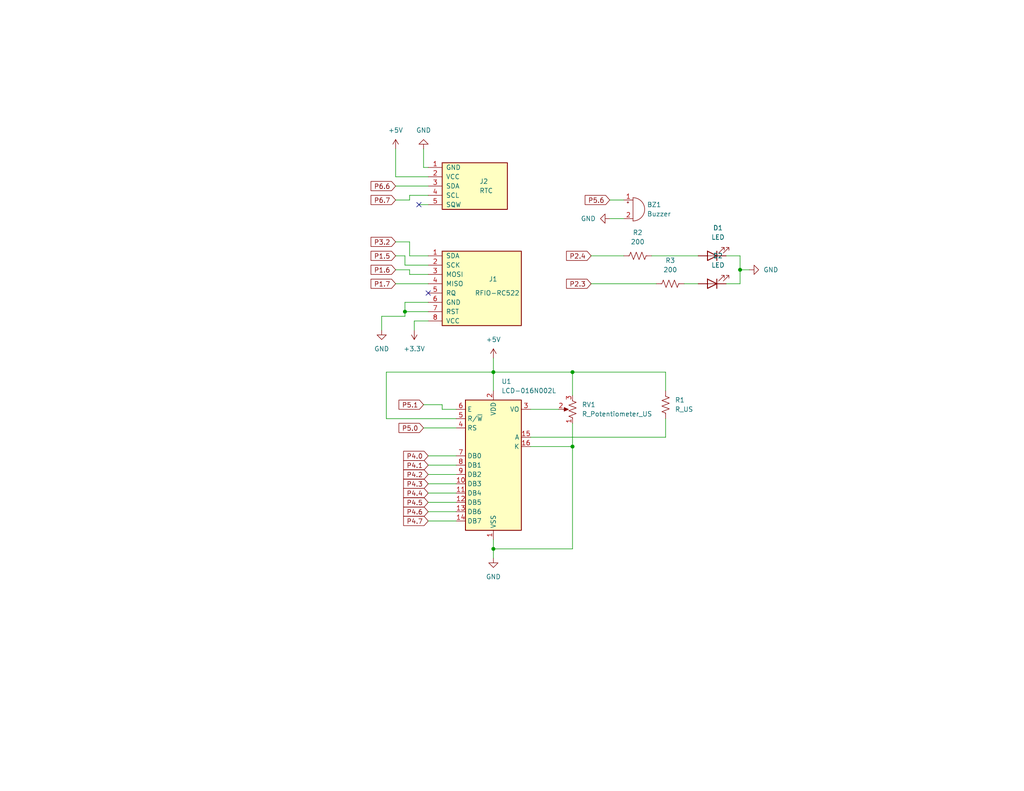
<source format=kicad_sch>
(kicad_sch (version 20230121) (generator eeschema)
  (paper "A")
  (lib_symbols
    (symbol "Connector_Generic:Conn_01x05" (pin_names (offset 1.016))
      (property "Reference" "J2" (at 8.89 1.27 0))
      (property "Value" "RTC" (at 8.89 -1.27 0))
      (symbol "Conn_01x05_1_1"
        (rectangle (start -1.27 6.35) (end 16.51 -6.35) (stroke (width 0.254)) (fill (type background)))
        (pin passive line (at -5.08 5.08 0) (length 3.81) (name "GND") (number "1"))
        (pin passive line (at -5.08 2.54 0) (length 3.81) (name "VCC") (number "2"))
        (pin passive line (at -5.08 0 0) (length 3.81) (name "SDA") (number "3"))
        (pin passive line (at -5.08 -2.54 0) (length 3.81) (name "SCL") (number "4"))
        (pin passive line (at -5.08 -5.08 0) (length 3.81) (name "SQW") (number "5"))
      )
    )
    (symbol "Connector_Generic:Conn_01x08" (pin_names (offset 1.016))
      (property "Reference" "J1" (at 11.43 1.27 0))
      (property "Value" "RFIO-RC522" (at 7.62 -2.54 0))
      (symbol "Conn_01x08_1_1"
        (rectangle (start -1.27 8.89) (end 20.32 -11.43) (stroke (width 0.254)) (fill (type background)))
        (pin input line (at -5.08 7.62 0) (length 3.81) (name "SDA") (number "1"))
        (pin input line (at -5.08 5.08 0) (length 3.81) (name "SCK") (number "2"))
        (pin passive line (at -5.08 2.54 0) (length 3.81) (name "MOSI") (number "3"))
        (pin passive line (at -5.08 0 0) (length 3.81) (name "MISO") (number "4"))
        (pin passive line (at -5.08 -2.54 0) (length 3.81) (name "RQ") (number "5"))
        (pin passive line (at -5.08 -5.08 0) (length 3.81) (name "GND") (number "6"))
        (pin passive line (at -5.08 -7.62 0) (length 3.81) (name "RST") (number "7"))
        (pin passive line (at -5.08 -10.16 0) (length 3.81) (name "VCC") (number "8"))
      )
    )
    (symbol "Device:Buzzer" (pin_names (offset 0.0254) hide)
      (property "Reference" "BZ" (at 3.81 1.27 0))
      (property "Value" "Buzzer" (at 3.81 -1.27 0))
      (symbol "Buzzer_0_1"
        (arc (start 0 -3.175) (mid 3.1612 0) (end 0 3.175))
        (polyline (pts (xy -1.651 1.905) (xy -1.143 1.905)))
        (polyline (pts (xy -1.397 2.159) (xy -1.397 1.651)))
        (polyline (pts (xy 0 3.175) (xy 0 -3.175)))
      )
      (symbol "Buzzer_1_1"
        (pin passive line (at -2.54 2.54 0) (length 2.54) (name "+") (number "1"))
        (pin passive line (at -2.54 -2.54 0) (length 2.54) (name "-") (number "2"))
      )
    )
    (symbol "Device:LED" (pin_numbers hide) (pin_names (offset 1.016) hide)
      (property "Reference" "D" (at 0 2.54 0))
      (property "Value" "LED" (at 0 -2.54 0))
      (symbol "LED_0_1"
        (polyline (pts (xy -1.27 -1.27) (xy -1.27 1.27)) (stroke (width 0.254)))
        (polyline (pts (xy -1.27 0) (xy 1.27 0)))
        (polyline (pts (xy 1.27 -1.27) (xy 1.27 1.27) (xy -1.27 0) (xy 1.27 -1.27)) (stroke (width 0.254)))
        (polyline (pts (xy -3.048 -0.762) (xy -4.572 -2.286) (xy -3.81 -2.286) (xy -4.572 -2.286) (xy -4.572 -1.524)))
        (polyline (pts (xy -1.778 -0.762) (xy -3.302 -2.286) (xy -2.54 -2.286) (xy -3.302 -2.286) (xy -3.302 -1.524)))
      )
      (symbol "LED_1_1"
        (pin passive line (at -3.81 0 0) (length 2.54) (name "K") (number "1"))
        (pin passive line (at 3.81 0 180) (length 2.54) (name "A") (number "2"))
      )
    )
    (symbol "Device:R_Potentiometer_US" (pin_names (offset 1.016) hide)
      (property "Reference" "RV" (at -4.445 0 90))
      (property "Value" "R_Potentiometer_US" (at -2.54 0 90))
      (symbol "R_Potentiometer_US_0_1"
        (polyline (pts (xy 0 -2.286) (xy 0 -2.54)))
        (polyline (pts (xy 0 2.54) (xy 0 2.286)))
        (polyline (pts (xy 2.54 0) (xy 1.524 0)))
        (polyline (pts (xy 1.143 0) (xy 2.286 0.508) (xy 2.286 -0.508) (xy 1.143 0)) (fill (type outline)))
        (polyline (pts (xy 0 -0.762) (xy 1.016 -1.143) (xy 0 -1.524) (xy -1.016 -1.905) (xy 0 -2.286)))
        (polyline (pts (xy 0 0.762) (xy 1.016 0.381) (xy 0 0) (xy -1.016 -0.381) (xy 0 -0.762)))
        (polyline (pts (xy 0 2.286) (xy 1.016 1.905) (xy 0 1.524) (xy -1.016 1.143) (xy 0 0.762)))
      )
      (symbol "R_Potentiometer_US_1_1"
        (pin passive line (at 0 3.81 270) (length 1.27) (name "1") (number "1"))
        (pin passive line (at 3.81 0 180) (length 1.27) (name "2") (number "2"))
        (pin passive line (at 0 -3.81 90) (length 1.27) (name "3") (number "3"))
      )
    )
    (symbol "Device:R_US" (pin_numbers hide) (pin_names (offset 0))
      (property "Reference" "R" (at 2.54 0 90))
      (property "Value" "R_US" (at -2.54 0 90))
      (symbol "R_US_0_1"
        (polyline (pts (xy 0 -2.286) (xy 0 -2.54)))
        (polyline (pts (xy 0 2.286) (xy 0 2.54)))
        (polyline (pts (xy 0 -0.762) (xy 1.016 -1.143) (xy 0 -1.524) (xy -1.016 -1.905) (xy 0 -2.286)))
        (polyline (pts (xy 0 0.762) (xy 1.016 0.381) (xy 0 0) (xy -1.016 -0.381) (xy 0 -0.762)))
        (polyline (pts (xy 0 2.286) (xy 1.016 1.905) (xy 0 1.524) (xy -1.016 1.143) (xy 0 0.762)))
      )
      (symbol "R_US_1_1"
        (pin passive line (at 0 3.81 270) (length 1.27) (name "~") (number "1"))
        (pin passive line (at 0 -3.81 90) (length 1.27) (name "~") (number "2"))
      )
    )
    (symbol "Display_Character:LCD-016N002L"
      (property "Reference" "U1" (at 2.1941 22.86 0))
      (property "Value" "LCD-016N002L" (at 2.1941 20.32 0))
      (symbol "LCD-016N002L_1_1"
        (rectangle (start -7.62 17.78) (end 7.62 -17.78) (stroke (width 0.254)) (fill (type background)))
        (pin power_in line (at 0 -20.32 90) (length 2.54) (name "VSS") (number "1"))
        (pin bidirectional line (at -10.16 -5.08 0) (length 2.54) (name "DB3") (number "10"))
        (pin bidirectional line (at -10.16 -7.62 0) (length 2.54) (name "DB4") (number "11"))
        (pin bidirectional line (at -10.16 -10.16 0) (length 2.54) (name "DB5") (number "12"))
        (pin bidirectional line (at -10.16 -12.7 0) (length 2.54) (name "DB6") (number "13"))
        (pin bidirectional line (at -10.16 -15.24 0) (length 2.54) (name "DB7") (number "14"))
        (pin power_in line (at 10.16 7.62 180) (length 2.54) (name "A") (number "15"))
        (pin power_in line (at 10.16 5.08 180) (length 2.54) (name "K") (number "16"))
        (pin power_in line (at 0 20.32 270) (length 2.54) (name "VDD") (number "2"))
        (pin input line (at 10.16 15.24 180) (length 2.54) (name "VO") (number "3"))
        (pin input line (at -10.16 10.16 0) (length 2.54) (name "RS") (number "4"))
        (pin input line (at -10.16 12.7 0) (length 2.54) (name "R/~{W}") (number "5"))
        (pin input line (at -10.16 15.24 0) (length 2.54) (name "E") (number "6"))
        (pin bidirectional line (at -10.16 2.54 0) (length 2.54) (name "DB0") (number "7"))
        (pin bidirectional line (at -10.16 0 0) (length 2.54) (name "DB1") (number "8"))
        (pin bidirectional line (at -10.16 -2.54 0) (length 2.54) (name "DB2") (number "9"))
      )
    )
    (symbol "power:+3.3V" (power) (pin_names (offset 0))
      (property "Value" "+3.3V" (at 0 3.556 0))
      (symbol "+3.3V_0_1"
        (polyline (pts (xy -0.762 1.27) (xy 0 2.54)))
        (polyline (pts (xy 0 0) (xy 0 2.54)))
        (polyline (pts (xy 0 2.54) (xy 0.762 1.27)))
      )
      (symbol "+3.3V_1_1"
        (pin power_in line (at 0 0 90) (length 0) hide (name "+3.3V") (number "1"))
      )
    )
    (symbol "power:+5V" (power) (pin_names (offset 0))
      (property "Value" "+5V" (at 0 3.556 0))
      (symbol "+5V_0_1"
        (polyline (pts (xy -0.762 1.27) (xy 0 2.54)))
        (polyline (pts (xy 0 0) (xy 0 2.54)))
        (polyline (pts (xy 0 2.54) (xy 0.762 1.27)))
      )
      (symbol "+5V_1_1"
        (pin power_in line (at 0 0 90) (length 0) hide (name "+5V") (number "1"))
      )
    )
    (symbol "power:GND" (power) (pin_names (offset 0))
      (property "Value" "GND" (at 0 -3.81 0))
      (symbol "GND_0_1"
        (polyline (pts (xy 0 0) (xy 0 -1.27) (xy 1.27 -1.27) (xy 0 -2.54) (xy -1.27 -1.27) (xy 0 -1.27)))
      )
      (symbol "GND_1_1"
        (pin power_in line (at 0 0 270) (length 0) hide (name "GND") (number "1"))
      )
    )
  )
  (junction (at 110.49 85.09))
  (junction (at 156.21 121.92))
  (junction (at 156.21 101.6))
  (junction (at 134.62 101.6))
  (junction (at 201.93 73.66))
  (junction (at 134.62 149.86))
  (no_connect (at 114.3 55.88))
  (no_connect (at 116.84 80.01))
  (wire (pts (xy 116.84 129.54) (xy 124.46 129.54)))
  (wire (pts (xy 111.76 54.61) (xy 107.95 54.61)))
  (wire (pts (xy 144.78 111.76) (xy 152.4 111.76)))
  (wire (pts (xy 166.37 54.61) (xy 170.18 54.61)))
  (wire (pts (xy 107.95 48.26) (xy 107.95 40.64)))
  (wire (pts (xy 156.21 121.92) (xy 156.21 115.57)))
  (wire (pts (xy 116.84 134.62) (xy 124.46 134.62)))
  (wire (pts (xy 111.76 74.93) (xy 116.84 74.93)))
  (wire (pts (xy 166.37 59.69) (xy 170.18 59.69)))
  (wire (pts (xy 115.57 110.49) (xy 120.65 110.49)))
  (wire (pts (xy 144.78 119.38) (xy 181.61 119.38)))
  (wire (pts (xy 116.84 127) (xy 124.46 127)))
  (wire (pts (xy 111.76 66.04) (xy 111.76 69.85)))
  (wire (pts (xy 116.84 124.46) (xy 124.46 124.46)))
  (wire (pts (xy 105.41 114.3) (xy 105.41 101.6)))
  (wire (pts (xy 114.3 55.88) (xy 116.84 55.88)))
  (wire (pts (xy 107.95 77.47) (xy 116.84 77.47)))
  (wire (pts (xy 134.62 101.6) (xy 134.62 106.68)))
  (wire (pts (xy 111.76 73.66) (xy 111.76 74.93)))
  (wire (pts (xy 201.93 69.85) (xy 201.93 73.66)))
  (wire (pts (xy 116.84 82.55) (xy 110.49 82.55)))
  (wire (pts (xy 107.95 50.8) (xy 116.84 50.8)))
  (wire (pts (xy 116.84 142.24) (xy 124.46 142.24)))
  (wire (pts (xy 144.78 121.92) (xy 156.21 121.92)))
  (wire (pts (xy 116.84 137.16) (xy 124.46 137.16)))
  (wire (pts (xy 116.84 45.72) (xy 115.57 45.72)))
  (wire (pts (xy 110.49 72.39) (xy 116.84 72.39)))
  (wire (pts (xy 104.14 86.36) (xy 104.14 90.17)))
  (wire (pts (xy 134.62 149.86) (xy 134.62 152.4)))
  (wire (pts (xy 120.65 110.49) (xy 120.65 111.76)))
  (wire (pts (xy 110.49 85.09) (xy 110.49 86.36)))
  (wire (pts (xy 156.21 149.86) (xy 156.21 121.92)))
  (wire (pts (xy 110.49 86.36) (xy 104.14 86.36)))
  (wire (pts (xy 198.12 69.85) (xy 201.93 69.85)))
  (wire (pts (xy 161.29 77.47) (xy 179.07 77.47)))
  (wire (pts (xy 134.62 149.86) (xy 156.21 149.86)))
  (wire (pts (xy 201.93 73.66) (xy 204.47 73.66)))
  (wire (pts (xy 134.62 97.79) (xy 134.62 101.6)))
  (wire (pts (xy 113.03 87.63) (xy 116.84 87.63)))
  (wire (pts (xy 113.03 90.17) (xy 113.03 87.63)))
  (wire (pts (xy 115.57 45.72) (xy 115.57 40.64)))
  (wire (pts (xy 181.61 119.38) (xy 181.61 114.3)))
  (wire (pts (xy 116.84 53.34) (xy 111.76 53.34)))
  (wire (pts (xy 111.76 69.85) (xy 116.84 69.85)))
  (wire (pts (xy 177.8 69.85) (xy 190.5 69.85)))
  (wire (pts (xy 105.41 101.6) (xy 134.62 101.6)))
  (wire (pts (xy 198.12 77.47) (xy 201.93 77.47)))
  (wire (pts (xy 115.57 116.84) (xy 124.46 116.84)))
  (wire (pts (xy 134.62 147.32) (xy 134.62 149.86)))
  (wire (pts (xy 124.46 114.3) (xy 105.41 114.3)))
  (wire (pts (xy 181.61 101.6) (xy 181.61 106.68)))
  (wire (pts (xy 134.62 101.6) (xy 156.21 101.6)))
  (wire (pts (xy 156.21 101.6) (xy 156.21 107.95)))
  (wire (pts (xy 120.65 111.76) (xy 124.46 111.76)))
  (wire (pts (xy 110.49 85.09) (xy 116.84 85.09)))
  (wire (pts (xy 110.49 69.85) (xy 110.49 72.39)))
  (wire (pts (xy 111.76 53.34) (xy 111.76 54.61)))
  (wire (pts (xy 181.61 101.6) (xy 156.21 101.6)))
  (wire (pts (xy 201.93 77.47) (xy 201.93 73.66)))
  (wire (pts (xy 107.95 66.04) (xy 111.76 66.04)))
  (wire (pts (xy 107.95 69.85) (xy 110.49 69.85)))
  (wire (pts (xy 107.95 73.66) (xy 111.76 73.66)))
  (wire (pts (xy 186.69 77.47) (xy 190.5 77.47)))
  (wire (pts (xy 110.49 82.55) (xy 110.49 85.09)))
  (wire (pts (xy 161.29 69.85) (xy 170.18 69.85)))
  (wire (pts (xy 116.84 48.26) (xy 107.95 48.26)))
  (wire (pts (xy 116.84 139.7) (xy 124.46 139.7)))
  (wire (pts (xy 116.84 132.08) (xy 124.46 132.08)))
  (global_label "P2.3" (shape input) (at 161.29 77.47 180) (property "Intersheetrefs" "${INTERSHEET_REFS}" (effects hide)))
  (global_label "P4.0" (shape input) (at 116.84 124.46 180) (property "Intersheetrefs" "${INTERSHEET_REFS}" (effects hide)))
  (global_label "P5.6" (shape input) (at 166.37 54.61 180) (property "Intersheetrefs" "${INTERSHEET_REFS}" (effects hide)))
  (global_label "P4.4" (shape input) (at 116.84 134.62 180) (property "Intersheetrefs" "${INTERSHEET_REFS}" (effects hide)))
  (global_label "P6.7" (shape input) (at 107.95 54.61 180) (property "Intersheetrefs" "${INTERSHEET_REFS}" (effects hide)))
  (global_label "P5.1" (shape input) (at 115.57 110.49 180) (property "Intersheetrefs" "${INTERSHEET_REFS}" (effects hide)))
  (global_label "P4.2" (shape input) (at 116.84 129.54 180) (property "Intersheetrefs" "${INTERSHEET_REFS}" (effects hide)))
  (global_label "P4.5" (shape input) (at 116.84 137.16 180) (property "Intersheetrefs" "${INTERSHEET_REFS}" (effects hide)))
  (global_label "P5.0" (shape input) (at 115.57 116.84 180) (property "Intersheetrefs" "${INTERSHEET_REFS}" (effects hide)))
  (global_label "P1.7" (shape input) (at 107.95 77.47 180) (property "Intersheetrefs" "${INTERSHEET_REFS}" (effects hide)))
  (global_label "P4.1" (shape input) (at 116.84 127 180) (property "Intersheetrefs" "${INTERSHEET_REFS}" (effects hide)))
  (global_label "P1.5" (shape input) (at 107.95 69.85 180) (property "Intersheetrefs" "${INTERSHEET_REFS}" (effects hide)))
  (global_label "P3.2" (shape input) (at 107.95 66.04 180) (property "Intersheetrefs" "${INTERSHEET_REFS}" (effects hide)))
  (global_label "P2.4" (shape input) (at 161.29 69.85 180) (property "Intersheetrefs" "${INTERSHEET_REFS}" (effects hide)))
  (global_label "P4.7" (shape input) (at 116.84 142.24 180) (property "Intersheetrefs" "${INTERSHEET_REFS}" (effects hide)))
  (global_label "P1.6" (shape input) (at 107.95 73.66 180) (property "Intersheetrefs" "${INTERSHEET_REFS}" (effects hide)))
  (global_label "P6.6" (shape input) (at 107.95 50.8 180) (property "Intersheetrefs" "${INTERSHEET_REFS}" (effects hide)))
  (global_label "P4.6" (shape input) (at 116.84 139.7 180) (property "Intersheetrefs" "${INTERSHEET_REFS}" (effects hide)))
  (global_label "P4.3" (shape input) (at 116.84 132.08 180) (property "Intersheetrefs" "${INTERSHEET_REFS}" (effects hide)))
  (symbol (lib_id "Device:R_Potentiometer_US") (at 156.21 111.76 180) (unit 1)
    (property "Reference" "RV1" (at 158.75 110.49 0) (effects (justify right)))
    (property "Value" "R_Potentiometer_US" (at 158.75 113.03 0) (effects (justify right)))
  )
  (symbol (lib_id "Connector_Generic:Conn_01x08") (at 121.92 77.47 0) (unit 1)
    (property "Reference" "J1" (at 133.35 76.2 0) (effects (justify left)))
    (property "Value" "RFIO-RC522" (at 129.54 80.01 0) (effects (justify left)))
  )
  (symbol (lib_id "Device:R_US") (at 173.99 69.85 90) (unit 1)
    (property "Reference" "R2" (at 173.99 63.5 90))
    (property "Value" "200" (at 173.99 66.04 90))
  )
  (symbol (lib_id "Device:LED") (at 194.31 77.47 180) (unit 1)
    (property "Reference" "D2" (at 195.8975 69.85 0))
    (property "Value" "LED" (at 195.8975 72.39 0))
  )
  (symbol (lib_id "Connector_Generic:Conn_01x05") (at 121.92 50.8 0) (unit 1)
    (property "Reference" "J2" (at 130.81 49.53 0) (effects (justify left)))
    (property "Value" "RTC" (at 130.81 52.07 0) (effects (justify left)))
  )
  (symbol (lib_id "Device:R_US") (at 182.88 77.47 270) (unit 1)
    (property "Reference" "R3" (at 182.88 71.12 90))
    (property "Value" "200" (at 182.88 73.66 90))
  )
  (symbol (lib_id "power:GND") (at 204.47 73.66 90) (unit 1)
    (property "Reference" "#PWR08" (effects hide))
    (property "Value" "GND" (at 208.28 73.66 90) (effects (justify right)))
  )
  (symbol (lib_id "power:GND") (at 115.57 40.64 180) (unit 1)
    (property "Reference" "#PWR04" (effects hide))
    (property "Value" "GND" (at 115.57 35.56 0))
  )
  (symbol (lib_id "power:GND") (at 134.62 152.4 0) (unit 1)
    (property "Reference" "#PWR06" (effects hide))
    (property "Value" "GND" (at 134.62 157.48 0))
  )
  (symbol (lib_id "Device:Buzzer") (at 172.72 57.15 0) (unit 1)
    (property "Reference" "BZ1" (at 176.53 55.88 0) (effects (justify left)))
    (property "Value" "Buzzer" (at 176.53 58.42 0) (effects (justify left)))
  )
  (symbol (lib_id "power:GND") (at 166.37 59.69 270) (unit 1)
    (property "Reference" "#PWR07" (effects hide))
    (property "Value" "GND" (at 162.56 59.69 90) (effects (justify right)))
  )
  (symbol (lib_id "power:+5V") (at 107.95 40.64 0) (unit 1)
    (property "Reference" "#PWR03" (effects hide))
    (property "Value" "+5V" (at 107.95 35.56 0))
  )
  (symbol (lib_id "power:GND") (at 104.14 90.17 0) (unit 1)
    (property "Reference" "#PWR01" (effects hide))
    (property "Value" "GND" (at 104.14 95.25 0))
  )
  (symbol (lib_id "Device:LED") (at 194.31 69.85 180) (unit 1)
    (property "Reference" "D1" (at 195.8975 62.23 0))
    (property "Value" "LED" (at 195.8975 64.77 0))
  )
  (symbol (lib_id "Device:R_US") (at 181.61 110.49 0) (unit 1)
    (property "Reference" "R1" (at 184.15 109.22 0) (effects (justify left)))
    (property "Value" "R_US" (at 184.15 111.76 0) (effects (justify left)))
  )
  (symbol (lib_id "power:+5V") (at 134.62 97.79 0) (unit 1)
    (property "Reference" "#PWR05" (effects hide))
    (property "Value" "+5V" (at 134.62 92.71 0))
  )
  (symbol (lib_id "Display_Character:LCD-016N002L") (at 134.62 127 0) (unit 1)
    (property "Reference" "U1" (at 136.8141 104.14 0) (effects (justify left)))
    (property "Value" "LCD-016N002L" (at 136.8141 106.68 0) (effects (justify left)))
    (property "Footprint" "Display:LCD-016N002L" (effects hide))
    (property "Datasheet" "http://www.vishay.com/docs/37299/37299.pdf" (effects hide))
  )
  (symbol (lib_id "power:+3.3V") (at 113.03 90.17 180) (unit 1)
    (property "Reference" "#PWR02" (effects hide))
    (property "Value" "+3.3V" (at 113.03 95.25 0))
  )
)
</source>
